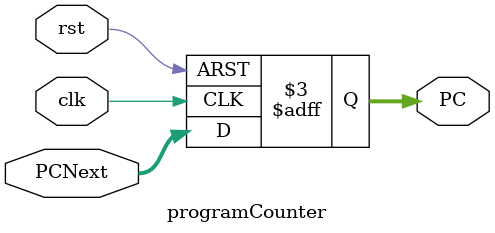
<source format=v>
module programCounter (
    input wire          clk,
    input wire          rst,
    input wire [31:0]   PCNext,
    output reg [31:0]   PC
);

always @(posedge clk or posedge rst) begin
    if (rst == 1'b1) begin
        PC <= 32'h00000000;
    end else begin
        PC <= PCNext;
    end
end

endmodule
</source>
